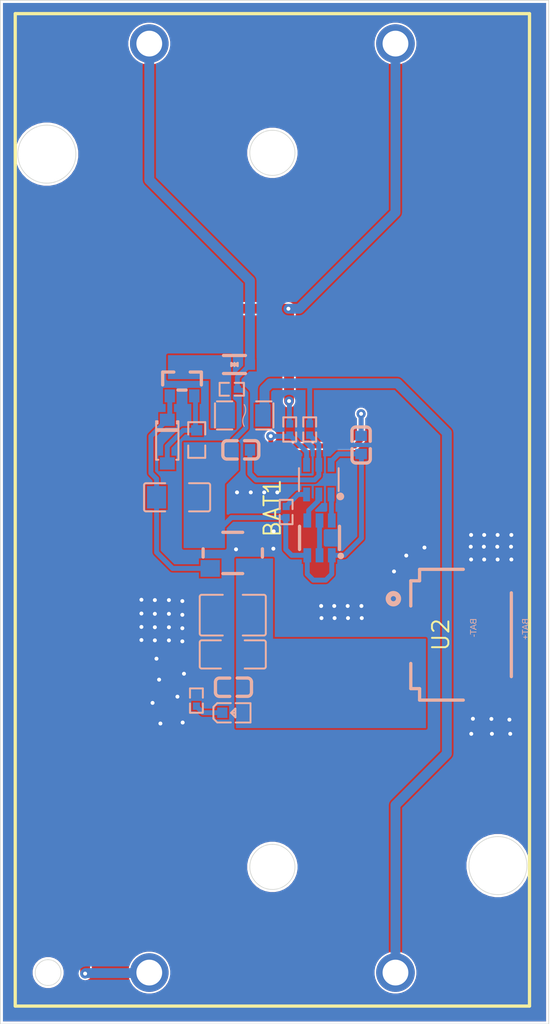
<source format=kicad_pcb>
(kicad_pcb (version 20240108) (generator "pcbnew") (generator_version "8.0")
  (layers (0 "F.Cu" signal "Top Layer") (31 "B.Cu" signal "Bottom Layer") (34 "B.Paste" user "Bottom Paste") (35 "F.Paste" user "Top Paste") (36 "B.SilkS" user "Bottom Overlay") (37 "F.SilkS" user "Top Overlay") (38 "B.Mask" user "Bottom Solder") (39 "F.Mask" user "Top Solder") (44 "Edge.Cuts" user))
  (net 0 "")
  (net 1 "NetR5_2")
  (net 2 "NetQ2_6")
  (net 3 "NetQ2_4")
  (net 4 "NetQ2_2")
  (net 5 "NetLED1_1")
  (net 6 "NetD2_2")
  (net 7 "NetD1_2")
  (net 8 "NetC6_2")
  (net 9 "NetC5_2")
  (net 10 "NetC1_2")
  (net 11 "GND")
  (net 12 "Cell_2_N")
  (net 13 "Cell_1_P")
  (net 14 "Cell_1_N")
  (net 15 "BAT+")
  (footprint "Battery circuit PCB.PcbLib:2 CELL BATTERY CASE" (layer "F.Cu") (at 148.336 104.6861 90)
    (property "Reference" "BAT1" (at 0 0 90) (layer "F.SilkS") (effects (font (size 1.27 1.27))))
    (property "Value" "" (hide yes))
    (fp_line (start 38.36289 -19.94992) (end 38.36289 19.95) (stroke (width 0.254)) (layer "F.SilkS"))
    (fp_line (start -38.63696 -19.94992) (end 38.36289 -19.94992) (stroke (width 0.254)) (layer "F.SilkS"))
    (fp_line (start -38.63696 -19.94992) (end -38.63696 19.95) (stroke (width 0.254)) (layer "F.SilkS"))
    (fp_line (start -38.63696 19.95) (end 38.36289 19.95) (stroke (width 0.254)) (layer "F.SilkS"))
    (pad "1" thru_hole circle (at -36.03732 -9.55009 90) (size 2.99999 2.99999) (drill 2 (offset -0.00008 0.00008)) (layers "*.Cu" "*.Mask") (net 14 "Cell_1_N"))
    (pad "2" thru_hole circle (at -36.03732 9.55002 90) (size 2.99999 2.99999) (drill 2 (offset -0.00008 0)) (layers "*.Cu" "*.Mask") (net 13 "Cell_1_P"))
    (pad "3" thru_hole circle (at 36.03739 9.55002 90) (size 2.99999 2.99999) (drill 2) (layers "*.Cu" "*.Mask") (net 14 "Cell_1_N"))
    (pad "4" thru_hole circle (at 36.03739 -9.55009 90) (size 2.99999 2.99999) (drill 2 (offset 0 0.00008)) (layers "*.Cu" "*.Mask") (net 12 "Cell_2_N"))
  )
  (footprint "Battery circuit PCB.PcbLib:ESD DIODE" (layer "B.Cu") (at 145.3896 93.5609 180)
    (property "Reference" "D2" (hide yes))
    (property "Value" "" (hide yes))
    (fp_line (start 0.84491 0.71516) (end -0.85512 0.71516) (stroke (width 0.254)) (layer "B.SilkS"))
    (fp_line (start 0.84491 -0.68483) (end -0.85512 -0.68483) (stroke (width 0.254)) (layer "B.SilkS"))
    (fp_line (start 0.24803 0.14168) (end -0.00292 0.01468) (stroke (width 0.154)) (layer "B.SilkS"))
    (fp_line (start 0.24803 -0.11232) (end 0.24803 0.14168) (stroke (width 0.154)) (layer "B.SilkS"))
    (fp_line (start 0.24803 -0.11232) (end -0.00373 0.01161) (stroke (width 0.154)) (layer "B.SilkS"))
    (fp_line (start 0.12103 0.01468) (end -0.00902 0.01468) (stroke (width 0.154)) (layer "B.SilkS"))
    (fp_line (start -0.00292 0.01468) (end -0.13297 0.01468) (stroke (width 0.154)) (layer "B.SilkS"))
    (fp_line (start -0.00597 -0.11232) (end -0.00597 0.14168) (stroke (width 0.154)) (layer "B.SilkS"))
    (fp_line (start -0.0082 0.01768) (end -0.25997 0.14168) (stroke (width 0.154)) (layer "B.SilkS"))
    (fp_line (start -0.00902 0.01468) (end -0.25997 -0.11232) (stroke (width 0.154)) (layer "B.SilkS"))
    (fp_line (start -0.25997 -0.11232) (end -0.25997 0.14168) (stroke (width 0.154)) (layer "B.SilkS"))
    (pad "1" smd rect (at -1.20498 0 180) (size 0.8 0.8) (layers "B.Cu" "B.Paste" "B.Mask") (net 12 "Cell_2_N"))
    (pad "2" smd rect (at 1.20498 0 180) (size 0.8 0.8) (layers "B.Cu" "B.Paste" "B.Mask") (net 6 "NetD2_2"))
  )
  (footprint "Battery circuit PCB.PcbLib:2 N MOS" (layer "B.Cu") (at 151.9936 106.9975 -90)
    (property "Reference" "Q2" (hide yes))
    (property "Value" "" (hide yes))
    (fp_line (start 0.90002 1.54991) (end -0.9 1.54991) (stroke (width 0.254)) (layer "B.SilkS"))
    (fp_line (start 0.90002 -1.55011) (end -0.9 -1.55011) (stroke (width 0.254)) (layer "B.SilkS"))
    (fp_circle (center 1.397 -1.651) (end 1.27 -1.651) (stroke (width 0.254)) (fill none) (layer "B.SilkS"))
    (pad "1" smd rect (at 1.35001 -0.94996 270) (size 1.1 0.6) (layers "B.Cu" "B.Paste" "B.Mask") (net 12 "Cell_2_N"))
    (pad "2" smd rect (at 1.35001 0 270) (size 1.1 0.6) (layers "B.Cu" "B.Paste" "B.Mask") (net 4 "NetQ2_2"))
    (pad "3" smd rect (at 1.35001 0.94996 270) (size 1.1 0.6) (layers "B.Cu" "B.Paste" "B.Mask") (net 12 "Cell_2_N"))
    (pad "4" smd rect (at -1.35001 0.94996 270) (size 1.1 0.6) (layers "B.Cu" "B.Paste" "B.Mask") (net 3 "NetQ2_4"))
    (pad "5" smd rect (at -1.35001 0 270) (size 1.1 0.6) (layers "B.Cu" "B.Paste" "B.Mask") (net 4 "NetQ2_2"))
    (pad "6" smd rect (at -1.35001 -0.94996 270) (size 1.1 0.6) (layers "B.Cu" "B.Paste" "B.Mask") (net 2 "NetQ2_6"))
  )
  (footprint "Battery circuit PCB.PcbLib:100NF CAP" (layer "B.Cu") (at 145.32458 118.5799)
    (property "Reference" "C4" (hide yes))
    (property "Value" "" (hide yes))
    (fp_line (start -1.40546 0.40561) (end -1.40546 -0.39436) (stroke (width 0.254)) (layer "B.SilkS"))
    (fp_line (start -1.09563 -0.70416) (end -0.29563 -0.70416) (stroke (width 0.254)) (layer "B.SilkS"))
    (fp_line (start -1.09563 0.71544) (end -0.29563 0.71544) (stroke (width 0.254)) (layer "B.SilkS"))
    (fp_line (start 0.28026 -0.71003) (end 1.08023 -0.71003) (stroke (width 0.254)) (layer "B.SilkS"))
    (fp_line (start 0.28026 0.70962) (end 1.08023 0.70962) (stroke (width 0.254)) (layer "B.SilkS"))
    (fp_line (start 1.39001 0.39977) (end 1.39001 -0.40025) (stroke (width 0.254)) (layer "B.SilkS"))
    (fp_arc (start -1.40551 -0.394364) (mid -1.314772 -0.613464) (end -1.095679 -0.70422) (stroke (width 0.254)) (layer "B.SilkS"))
    (fp_arc (start -1.09568 0.71544) (mid -1.314763 0.624693) (end -1.40551 0.40561) (stroke (width 0.254)) (layer "B.SilkS"))
    (fp_arc (start 1.08018 -0.71003) (mid 1.299263 -0.619283) (end 1.39001 -0.4002) (stroke (width 0.254)) (layer "B.SilkS"))
    (fp_arc (start 1.39001 0.399774) (mid 1.299272 0.618874) (end 1.080179 0.70963) (stroke (width 0.254)) (layer "B.SilkS"))
    (pad "1" smd rect (at -0.70003 0) (size 0.8 0.9) (layers "B.Cu" "B.Paste" "B.Mask") (net 11 "GND"))
    (pad "2" smd rect (at 0.70002 0) (size 0.8 0.9) (layers "B.Cu" "B.Paste" "B.Mask") (net 15 "BAT+"))
  )
  (footprint "Battery circuit PCB.PcbLib:47UF CAP" (layer "B.Cu") (at 145.2626 116.0399)
    (property "Reference" "C2" (hide yes))
    (property "Value" "" (hide yes))
    (fp_line (start -2.5636 0.94021) (end -2.5636 -0.94021) (stroke (width 0.1524)) (layer "B.SilkS"))
    (fp_line (start -2.4112 -1.09261) (end -0.92621 -1.09261) (stroke (width 0.1524)) (layer "B.SilkS"))
    (fp_line (start -2.4112 1.09261) (end -0.92621 1.09261) (stroke (width 0.1524)) (layer "B.SilkS"))
    (fp_line (start 0.92621 -1.09261) (end 2.4112 -1.09261) (stroke (width 0.1524)) (layer "B.SilkS"))
    (fp_line (start 0.92621 1.09261) (end 2.4112 1.09261) (stroke (width 0.1524)) (layer "B.SilkS"))
    (fp_line (start 2.5636 0.94021) (end 2.5636 -0.94021) (stroke (width 0.1524)) (layer "B.SilkS"))
    (fp_arc (start -2.5636 -0.94021) (mid -2.518963 -1.047973) (end -2.4112 -1.09261) (stroke (width 0.1524)) (layer "B.SilkS"))
    (fp_arc (start -2.4112 1.09261) (mid -2.518963 1.047973) (end -2.5636 0.94021) (stroke (width 0.1524)) (layer "B.SilkS"))
    (fp_arc (start 2.4112 -1.09261) (mid 2.518963 -1.047973) (end 2.5636 -0.94021) (stroke (width 0.1524)) (layer "B.SilkS"))
    (fp_arc (start 2.5636 0.94021) (mid 2.518963 1.047973) (end 2.4112 1.09261) (stroke (width 0.1524)) (layer "B.SilkS"))
    (pad "1" smd rect (at -1.59258 0) (size 1.48501 1.72799) (layers "B.Cu" "B.Paste" "B.Mask") (net 11 "GND"))
    (pad "2" smd rect (at 1.59258 0) (size 1.48501 1.72799) (layers "B.Cu" "B.Paste" "B.Mask") (net 15 "BAT+"))
  )
  (footprint "Battery circuit PCB.PcbLib:2K RES" (layer "B.Cu") (at 149.4028 104.9909 90)
    (property "Reference" "R5" (hide yes))
    (property "Value" "" (hide yes))
    (fp_line (start 0.94425 -0.4986) (end 0.94425 0.4986) (stroke (width 0.1524)) (layer "B.SilkS"))
    (fp_line (start 0.22621 -0.4986) (end 0.94425 -0.4986) (stroke (width 0.1524)) (layer "B.SilkS"))
    (fp_line (start -0.94424 -0.4986) (end -0.22621 -0.4986) (stroke (width 0.1524)) (layer "B.SilkS"))
    (fp_line (start -0.94424 -0.4986) (end -0.94424 0.4986) (stroke (width 0.1524)) (layer "B.SilkS"))
    (fp_line (start 0.22621 0.4986) (end 0.94425 0.4986) (stroke (width 0.1524)) (layer "B.SilkS"))
    (fp_line (start -0.94424 0.4986) (end -0.22621 0.4986) (stroke (width 0.1524)) (layer "B.SilkS"))
    (pad "1" smd rect (at -0.43282 0 90) (size 0.56566 0.54) (layers "B.Cu" "B.Paste" "B.Mask") (net 12 "Cell_2_N"))
    (pad "2" smd rect (at 0.43282 0 90) (size 0.56566 0.54) (layers "B.Cu" "B.Paste" "B.Mask") (net 1 "NetR5_2"))
  )
  (footprint "Battery circuit PCB.PcbLib:330R RES" (layer "B.Cu") (at 142.4432 119.6213 -90)
    (property "Reference" "R2" (hide yes))
    (property "Value" "" (hide yes))
    (fp_line (start -0.94425 0.4986) (end -0.94425 -0.4986) (stroke (width 0.1524)) (layer "B.SilkS"))
    (fp_line (start -0.22621 0.4986) (end -0.94425 0.4986) (stroke (width 0.1524)) (layer "B.SilkS"))
    (fp_line (start 0.94424 0.4986) (end 0.22621 0.4986) (stroke (width 0.1524)) (layer "B.SilkS"))
    (fp_line (start 0.94424 0.4986) (end 0.94424 -0.4986) (stroke (width 0.1524)) (layer "B.SilkS"))
    (fp_line (start -0.22621 -0.4986) (end -0.94425 -0.4986) (stroke (width 0.1524)) (layer "B.SilkS"))
    (fp_line (start 0.94424 -0.4986) (end 0.22621 -0.4986) (stroke (width 0.1524)) (layer "B.SilkS"))
    (pad "1" smd rect (at -0.43282 0 270) (size 0.56566 0.54) (layers "B.Cu" "B.Paste" "B.Mask") (net 11 "GND"))
    (pad "2" smd rect (at 0.43282 0 270) (size 0.56566 0.54) (layers "B.Cu" "B.Paste" "B.Mask") (net 5 "NetLED1_1"))
  )
  (footprint "Battery circuit PCB.PcbLib:10R RES" (layer "B.Cu") (at 142.4686 99.4029 90)
    (property "Reference" "R1" (hide yes))
    (property "Value" "" (hide yes))
    (fp_line (start 1.38509 -0.6606) (end 1.38509 0.6606) (stroke (width 0.1524)) (layer "B.SilkS"))
    (fp_line (start 0.42621 -0.6606) (end 1.38509 -0.6606) (stroke (width 0.1524)) (layer "B.SilkS"))
    (fp_line (start -1.38509 -0.6606) (end -0.42621 -0.6606) (stroke (width 0.1524)) (layer "B.SilkS"))
    (fp_line (start -1.38509 -0.6606) (end -1.38509 0.6606) (stroke (width 0.1524)) (layer "B.SilkS"))
    (fp_line (start 0.42621 0.6606) (end 1.38509 0.6606) (stroke (width 0.1524)) (layer "B.SilkS"))
    (fp_line (start -1.38509 0.6606) (end -0.42621 0.6606) (stroke (width 0.1524)) (layer "B.SilkS"))
    (pad "1" smd rect (at -0.75336 0 90) (size 0.80648 0.86401) (layers "B.Cu" "B.Paste" "B.Mask") (net 12 "Cell_2_N"))
    (pad "2" smd rect (at 0.75336 0 90) (size 0.80648 0.86401) (layers "B.Cu" "B.Paste" "B.Mask") (net 7 "NetD1_2"))
  )
  (footprint "Battery circuit PCB.PcbLib:CMC FILTER" (layer "B.Cu") (at 145.2626 108.1659 90)
    (property "Reference" "L1" (hide yes))
    (property "Value" "" (hide yes))
    (fp_line (start -0.31874 -2.29999) (end 0.31875 -2.29999) (stroke (width 0.254)) (layer "B.SilkS"))
    (fp_line (start 1.6 -0.76886) (end 1.6 0.76886) (stroke (width 0.254)) (layer "B.SilkS"))
    (fp_line (start -1.6 -0.76886) (end -1.6 0.76886) (stroke (width 0.254)) (layer "B.SilkS"))
    (fp_line (start -0.31874 2.3) (end 0.31875 2.3) (stroke (width 0.254)) (layer "B.SilkS"))
    (pad "1" smd rect (at -1.1999 -1.75006 90) (size 1.3 1.5) (layers "B.Cu" "B.Paste" "B.Mask") (net 10 "NetC1_2"))
    (pad "2" smd rect (at -1.1999 1.75006 90) (size 1.3 1.5) (layers "B.Cu" "B.Paste" "B.Mask") (net 15 "BAT+"))
    (pad "3" smd rect (at 1.1999 1.75006 90) (size 1.3 1.5) (layers "B.Cu" "B.Paste" "B.Mask") (net 11 "GND"))
    (pad "4" smd rect (at 1.1999 -1.75006 90) (size 1.3 1.5) (layers "B.Cu" "B.Paste" "B.Mask") (net 12 "Cell_2_N"))
  )
  (footprint "Battery circuit PCB.PcbLib:P MOS" (layer "B.Cu") (at 141.3256 94.8309 -90)
    (property "Reference" "Q1" (hide yes))
    (property "Value" "" (hide yes))
    (fp_line (start -0.7 1.5) (end -0.7 0.63599) (stroke (width 0.254)) (layer "B.SilkS"))
    (fp_line (start 0.30002 1.5) (end -0.7 1.5) (stroke (width 0.254)) (layer "B.SilkS"))
    (fp_line (start 0.7 0.31397) (end 0.7 -0.31397) (stroke (width 0.254)) (layer "B.SilkS"))
    (fp_line (start -0.7 -0.63599) (end -0.7 -1.5) (stroke (width 0.254)) (layer "B.SilkS"))
    (fp_line (start 0.30002 -1.5) (end -0.7 -1.5) (stroke (width 0.254)) (layer "B.SilkS"))
    (pad "1" smd rect (at 1.15001 -0.95001 90) (size 1 0.8) (layers "B.Cu" "B.Paste" "B.Mask") (net 7 "NetD1_2"))
    (pad "2" smd rect (at 1.15001 0.95001 90) (size 1 0.8) (layers "B.Cu" "B.Paste" "B.Mask") (net 10 "NetC1_2"))
    (pad "3" smd rect (at -1.15001 0.00005 90) (size 1 0.8) (layers "B.Cu" "B.Paste" "B.Mask") (net 6 "NetD2_2"))
  )
  (footprint "Battery circuit PCB.PcbLib:470R RES" (layer "B.Cu") (at 151.2316 98.58908 90)
    (property "Reference" "R3" (hide yes))
    (property "Value" "" (hide yes))
    (fp_line (start 0.94424 -0.4986) (end 0.94424 0.4986) (stroke (width 0.1524)) (layer "B.SilkS"))
    (fp_line (start 0.22621 -0.4986) (end 0.94424 -0.4986) (stroke (width 0.1524)) (layer "B.SilkS"))
    (fp_line (start -0.94425 -0.4986) (end -0.22622 -0.4986) (stroke (width 0.1524)) (layer "B.SilkS"))
    (fp_line (start -0.94425 -0.4986) (end -0.94425 0.4986) (stroke (width 0.1524)) (layer "B.SilkS"))
    (fp_line (start 0.22621 0.4986) (end 0.94424 0.4986) (stroke (width 0.1524)) (layer "B.SilkS"))
    (fp_line (start -0.94425 0.4986) (end -0.22622 0.4986) (stroke (width 0.1524)) (layer "B.SilkS"))
    (pad "1" smd rect (at -0.43282 0 90) (size 0.56566 0.54) (layers "B.Cu" "B.Paste" "B.Mask") (net 8 "NetC6_2"))
    (pad "2" smd rect (at 0.43281 0 90) (size 0.56566 0.54) (layers "B.Cu" "B.Paste" "B.Mask") (net 13 "Cell_1_P"))
  )
  (footprint "Battery circuit PCB.PcbLib:10UF CAP" (layer "B.Cu") (at 145.2626 112.9919)
    (property "Reference" "C3" (hide yes))
    (property "Value" "" (hide yes))
    (fp_line (start -2.5636 1.42621) (end -2.5636 -1.42621) (stroke (width 0.1524)) (layer "B.SilkS"))
    (fp_line (start -2.4112 -1.57861) (end -0.7762 -1.57861) (stroke (width 0.1524)) (layer "B.SilkS"))
    (fp_line (start -2.4112 1.57861) (end -0.7762 1.57861) (stroke (width 0.1524)) (layer "B.SilkS"))
    (fp_line (start 0.7762 -1.57861) (end 2.4112 -1.57861) (stroke (width 0.1524)) (layer "B.SilkS"))
    (fp_line (start 0.7762 1.57861) (end 2.4112 1.57861) (stroke (width 0.1524)) (layer "B.SilkS"))
    (fp_line (start 2.5636 1.42621) (end 2.5636 -1.42621) (stroke (width 0.1524)) (layer "B.SilkS"))
    (fp_arc (start -2.5636 -1.42621) (mid -2.518963 -1.533973) (end -2.4112 -1.57861) (stroke (width 0.1524)) (layer "B.SilkS"))
    (fp_arc (start -2.4112 1.57861) (mid -2.518963 1.533973) (end -2.5636 1.42621) (stroke (width 0.1524)) (layer "B.SilkS"))
    (fp_arc (start 2.4112 -1.57861) (mid 2.518963 -1.533973) (end 2.5636 -1.42621) (stroke (width 0.1524)) (layer "B.SilkS"))
    (fp_arc (start 2.5636 1.42621) (mid 2.518963 1.533973) (end 2.4112 1.57861) (stroke (width 0.1524)) (layer "B.SilkS"))
    (pad "1" smd rect (at -1.5174 0) (size 1.635 2.7) (layers "B.Cu" "B.Paste" "B.Mask") (net 11 "GND"))
    (pad "2" smd rect (at 1.5174 0) (size 1.635 2.7) (layers "B.Cu" "B.Paste" "B.Mask") (net 15 "BAT+"))
  )
  (footprint "Battery circuit PCB.PcbLib:BMS" (layer "B.Cu") (at 151.93956 102.4789 180)
    (property "Reference" "U1" (hide yes))
    (property "Value" "" (hide yes))
    (fp_line (start 1.53919 -0.88921) (end 1.53919 0.8892) (stroke (width 0.1524)) (layer "B.SilkS"))
    (fp_line (start -1.53919 -0.88921) (end -1.53919 0.8892) (stroke (width 0.1524)) (layer "B.SilkS"))
    (fp_circle (center -1.66827 -1.3015) (end -1.66827 -1.15139) (stroke (width 0.3)) (fill none) (layer "B.SilkS"))
    (pad "1" smd rect (at -0.94996 -1.1491 180) (size 0.532 1.07201) (layers "B.Cu" "B.Paste" "B.Mask") (net 2 "NetQ2_6"))
    (pad "2" smd rect (at 0 -1.1491 180) (size 0.532 1.07201) (layers "B.Cu" "B.Paste" "B.Mask") (net 3 "NetQ2_4"))
    (pad "3" smd rect (at 0.94996 -1.1491 180) (size 0.532 1.07201) (layers "B.Cu" "B.Paste" "B.Mask") (net 1 "NetR5_2"))
    (pad "4" smd rect (at 0.94996 1.14909 180) (size 0.532 1.07201) (layers "B.Cu" "B.Paste" "B.Mask") (net 9 "NetC5_2"))
    (pad "5" smd rect (at 0 1.14909 180) (size 0.532 1.07201) (layers "B.Cu" "B.Paste" "B.Mask") (net 8 "NetC6_2"))
    (pad "6" smd rect (at -0.94996 1.14909 180) (size 0.532 1.07201) (layers "B.Cu" "B.Paste" "B.Mask") (net 12 "Cell_2_N"))
  )
  (footprint "Battery circuit PCB.PcbLib:VARISTOR" (layer "B.Cu") (at 145.18742 95.4659 180)
    (property "Reference" "M1" (hide yes))
    (property "Value" "" (hide yes))
    (fp_line (start 0.94425 0.4986) (end 0.22622 0.4986) (stroke (width 0.1524)) (layer "B.SilkS"))
    (fp_line (start 0.94425 -0.4986) (end 0.94425 0.4986) (stroke (width 0.1524)) (layer "B.SilkS"))
    (fp_line (start 0.94425 -0.4986) (end 0.22622 -0.4986) (stroke (width 0.1524)) (layer "B.SilkS"))
    (fp_line (start -0.22621 0.4986) (end -0.94424 0.4986) (stroke (width 0.1524)) (layer "B.SilkS"))
    (fp_line (start -0.22621 -0.4986) (end -0.94424 -0.4986) (stroke (width 0.1524)) (layer "B.SilkS"))
    (fp_line (start -0.94424 -0.4986) (end -0.94424 0.4986) (stroke (width 0.1524)) (layer "B.SilkS"))
    (pad "1" smd rect (at -0.43281 0 180) (size 0.56566 0.54) (layers "B.Cu" "B.Paste" "B.Mask") (net 12 "Cell_2_N"))
    (pad "2" smd rect (at 0.43282 0 180) (size 0.56566 0.54) (layers "B.Cu" "B.Paste" "B.Mask") (net 6 "NetD2_2"))
  )
  (footprint "Battery circuit PCB.PcbLib:FUSE_2" (layer "B.Cu") (at 146.1516 97.4979 180)
    (property "Reference" "F1" (hide yes))
    (property "Value" "" (hide yes))
    (fp_line (start 2.2687 -0.94021) (end 2.2687 0.94021) (stroke (width 0.1524)) (layer "B.SilkS"))
    (fp_line (start 2.1163 1.09261) (end 0.92621 1.09261) (stroke (width 0.1524)) (layer "B.SilkS"))
    (fp_line (start 2.1163 -1.09261) (end 0.92621 -1.09261) (stroke (width 0.1524)) (layer "B.SilkS"))
    (fp_line (start -0.92619 1.09261) (end -2.1163 1.09261) (stroke (width 0.1524)) (layer "B.SilkS"))
    (fp_line (start -0.92619 -1.09261) (end -2.1163 -1.09261) (stroke (width 0.1524)) (layer "B.SilkS"))
    (fp_line (start -2.2687 -0.94021) (end -2.2687 0.94021) (stroke (width 0.1524)) (layer "B.SilkS"))
    (fp_arc (start 0.000007 -0.84496) (mid 0.11321 -0.42248) (end 0.000007 0) (stroke (width 0.0762)) (layer "B.SilkS"))
    (fp_arc (start -0.000007 0.84496) (mid -0.11321 0.42248) (end -0.000007 0) (stroke (width 0.0762)) (layer "B.SilkS"))
    (pad "1" smd rect (at -1.44501 0 180) (size 1.19009 1.72799) (layers "B.Cu" "B.Paste" "B.Mask") (net 13 "Cell_1_P"))
    (pad "2" smd rect (at 1.44501 0 180) (size 1.19009 1.72799) (layers "B.Cu" "B.Paste" "B.Mask") (net 6 "NetD2_2"))
  )
  (footprint "Battery circuit PCB.PcbLib:100NF CAP" (layer "B.Cu") (at 145.8976 100.1649)
    (property "Reference" "C6" (hide yes))
    (property "Value" "" (hide yes))
    (fp_line (start -1.40546 0.40561) (end -1.40546 -0.39436) (stroke (width 0.254)) (layer "B.SilkS"))
    (fp_line (start -1.09563 -0.70416) (end -0.29563 -0.70416) (stroke (width 0.254)) (layer "B.SilkS"))
    (fp_line (start -1.09563 0.71544) (end -0.29563 0.71544) (stroke (width 0.254)) (layer "B.SilkS"))
    (fp_line (start 0.28026 -0.71003) (end 1.08024 -0.71003) (stroke (width 0.254)) (layer "B.SilkS"))
    (fp_line (start 0.28026 0.70962) (end 1.08024 0.70962) (stroke (width 0.254)) (layer "B.SilkS"))
    (fp_line (start 1.39002 0.39977) (end 1.39002 -0.40025) (stroke (width 0.254)) (layer "B.SilkS"))
    (fp_arc (start -1.40551 -0.394364) (mid -1.314772 -0.613464) (end -1.095679 -0.70422) (stroke (width 0.254)) (layer "B.SilkS"))
    (fp_arc (start -1.09568 0.71544) (mid -1.314763 0.624693) (end -1.40551 0.40561) (stroke (width 0.254)) (layer "B.SilkS"))
    (fp_arc (start 1.08019 -0.71003) (mid 1.299273 -0.619283) (end 1.39002 -0.4002) (stroke (width 0.254)) (layer "B.SilkS"))
    (fp_arc (start 1.39002 0.399774) (mid 1.299282 0.618874) (end 1.080189 0.70963) (stroke (width 0.254)) (layer "B.SilkS"))
    (pad "1" smd rect (at -0.70002 0) (size 0.8 0.9) (layers "B.Cu" "B.Paste" "B.Mask") (net 12 "Cell_2_N"))
    (pad "2" smd rect (at 0.70002 0) (size 0.8 0.9) (layers "B.Cu" "B.Paste" "B.Mask") (net 8 "NetC6_2"))
  )
  (footprint "Battery circuit PCB.PcbLib:ZENER DIODE" (layer "B.Cu") (at 140.1826 99.5299 -90)
    (property "Reference" "D1" (hide yes))
    (property "Value" "" (hide yes))
    (fp_line (start -1.58001 0.86619) (end -1.58001 0.75514) (stroke (width 0.152)) (layer "B.SilkS"))
    (fp_line (start -1.40617 0.86619) (end -1.58001 0.86619) (stroke (width 0.152)) (layer "B.SilkS"))
    (fp_line (start -1.40617 0.86619) (end -1.40617 0.75514) (stroke (width 0.152)) (layer "B.SilkS"))
    (fp_line (start -0.97 0.86619) (end -0.97 -0.86619) (stroke (width 0.1524)) (layer "B.SilkS"))
    (fp_line (start -0.82713 0.86619) (end -0.82713 -0.86619) (stroke (width 0.152)) (layer "B.SilkS"))
    (fp_line (start 1.40617 0.86619) (end -1.40617 0.86619) (stroke (width 0.1524)) (layer "B.SilkS"))
    (fp_line (start 1.40617 0.86619) (end 1.40617 0.69819) (stroke (width 0.1524)) (layer "B.SilkS"))
    (fp_line (start -1.40617 0.75514) (end -1.58001 0.75514) (stroke (width 0.152)) (layer "B.SilkS"))
    (fp_line (start 1.40617 -0.6982) (end 1.40617 -0.86619) (stroke (width 0.1524)) (layer "B.SilkS"))
    (fp_line (start -1.58001 -0.75514) (end -1.58001 -0.86619) (stroke (width 0.152)) (layer "B.SilkS"))
    (fp_line (start -1.40617 -0.75514) (end -1.58001 -0.75514) (stroke (width 0.152)) (layer "B.SilkS"))
    (fp_line (start -1.40617 -0.75514) (end -1.40617 -0.86619) (stroke (width 0.152)) (layer "B.SilkS"))
    (fp_line (start -1.40617 -0.86619) (end -1.58001 -0.86619) (stroke (width 0.152)) (layer "B.SilkS"))
    (fp_line (start 1.40617 -0.86619) (end -1.40617 -0.86619) (stroke (width 0.1524)) (layer "B.SilkS"))
    (pad "1" smd rect (at -1.6924 0 270) (size 0.95001 1.15001) (layers "B.Cu" "B.Paste" "B.Mask") (net 10 "NetC1_2"))
    (pad "2" smd rect (at 1.6924 0 270) (size 0.95001 1.15001) (layers "B.Cu" "B.Paste" "B.Mask") (net 7 "NetD1_2"))
  )
  (footprint "Battery circuit PCB.PcbLib:LED" (layer "B.Cu") (at 145.24947 120.56448)
    (property "Reference" "LED1" (hide yes))
    (property "Value" "" (hide yes))
    (fp_line (start -1.48964 -0.44577) (end -1.18969 -0.74585) (stroke (width 0.15001)) (layer "B.SilkS"))
    (fp_line (start -1.48964 -0.34575) (end -1.48964 -0.44577) (stroke (width 0.15001)) (layer "B.SilkS"))
    (fp_line (start -1.48964 0.35418) (end -1.48964 -0.34575) (stroke (width 0.15001)) (layer "B.SilkS"))
    (fp_line (start -1.48964 0.45433) (end -1.48964 0.35418) (stroke (width 0.15001)) (layer "B.SilkS"))
    (fp_line (start -1.48964 0.45433) (end -1.18969 0.75428) (stroke (width 0.15001)) (layer "B.SilkS"))
    (fp_line (start -1.18969 -0.74585) (end -0.13957 -0.74585) (stroke (width 0.15001)) (layer "B.SilkS"))
    (fp_line (start -1.18969 0.75428) (end -0.13957 0.75428) (stroke (width 0.15001)) (layer "B.SilkS"))
    (fp_line (start -0.11961 0.00653) (end 0.21049 -0.3235) (stroke (width 0.15001)) (layer "B.SilkS"))
    (fp_line (start -0.11961 0.00653) (end 0.22039 0.00653) (stroke (width 0.15001)) (layer "B.SilkS"))
    (fp_line (start -0.11961 0.00653) (end 0.22039 0.34653) (stroke (width 0.15001)) (layer "B.SilkS"))
    (fp_line (start 0.21049 -0.3235) (end 0.22039 -0.3235) (stroke (width 0.15001)) (layer "B.SilkS"))
    (fp_line (start 0.22039 0.35654) (end 0.22039 -0.3235) (stroke (width 0.15001)) (layer "B.SilkS"))
    (fp_line (start 0.22039 0.35654) (end 0.22039 0.34653) (stroke (width 0.15001)) (layer "B.SilkS"))
    (fp_line (start 0.24044 -0.74356) (end 1.3905 -0.74356) (stroke (width 0.15001)) (layer "B.SilkS"))
    (fp_line (start 0.24044 0.75656) (end 1.3905 0.75656) (stroke (width 0.15001)) (layer "B.SilkS"))
    (fp_line (start 1.3905 0.75651) (end 1.3905 -0.72347) (stroke (width 0.15001)) (layer "B.SilkS"))
    (pad "1" smd rect (at -0.79967 -0.00338 270) (size 0.8 0.8) (layers "B.Cu" "B.Paste" "B.Mask") (net 5 "NetLED1_1"))
    (pad "2" smd rect (at 0.79951 0.00348 270) (size 0.8 0.8) (layers "B.Cu" "B.Paste" "B.Mask") (net 15 "BAT+"))
  )
  (footprint "Battery circuit PCB.PcbLib:100NF CAP" (layer "B.Cu") (at 155.2194 99.7839 90)
    (property "Reference" "C5" (hide yes))
    (property "Value" "" (hide yes))
    (fp_line (start 0.28026 -0.71003) (end 1.08024 -0.71003) (stroke (width 0.254)) (layer "B.SilkS"))
    (fp_line (start -1.09563 -0.70416) (end -0.29563 -0.70416) (stroke (width 0.254)) (layer "B.SilkS"))
    (fp_line (start 1.39002 -0.40025) (end 1.39002 0.39977) (stroke (width 0.254)) (layer "B.SilkS"))
    (fp_line (start -1.40546 -0.39436) (end -1.40546 0.40561) (stroke (width 0.254)) (layer "B.SilkS"))
    (fp_line (start 0.28026 0.70963) (end 1.08024 0.70963) (stroke (width 0.254)) (layer "B.SilkS"))
    (fp_line (start -1.09563 0.71544) (end -0.29563 0.71544) (stroke (width 0.254)) (layer "B.SilkS"))
    (fp_arc (start 1.08019 -0.71003) (mid 1.299273 -0.619283) (end 1.39002 -0.4002) (stroke (width 0.254)) (layer "B.SilkS"))
    (fp_arc (start -1.40551 -0.394364) (mid -1.314772 -0.613464) (end -1.095679 -0.70422) (stroke (width 0.254)) (layer "B.SilkS"))
    (fp_arc (start 1.39002 0.399774) (mid 1.299282 0.618874) (end 1.080189 0.70963) (stroke (width 0.254)) (layer "B.SilkS"))
    (fp_arc (start -1.09568 0.71544) (mid -1.314763 0.624693) (end -1.40551 0.40561) (stroke (width 0.254)) (layer "B.SilkS"))
    (pad "1" smd rect (at -0.70002 0 90) (size 0.8 0.9) (layers "B.Cu" "B.Paste" "B.Mask") (net 12 "Cell_2_N"))
    (pad "2" smd rect (at 0.70002 0 90) (size 0.8 0.9) (layers "B.Cu" "B.Paste" "B.Mask") (net 9 "NetC5_2"))
  )
  (footprint "Battery circuit PCB.PcbLib:SMD JST 2P" (layer "B.Cu") (at 161.40862 114.51044 -90)
    (property "Reference" "U2" (at 0 0 -90) (layer "F.SilkS") (effects (font (size 1.27 1.27))))
    (property "Value" "" (hide yes))
    (fp_line (start -4.18407 2.33307) (end -4.18407 1.651) (stroke (width 0.254)) (layer "B.SilkS"))
    (fp_line (start -2.23119 2.33307) (end -4.18407 2.33307) (stroke (width 0.254)) (layer "B.SilkS"))
    (fp_line (start 4.18389 2.33302) (end 2.23108 2.33302) (stroke (width 0.254)) (layer "B.SilkS"))
    (fp_line (start 4.18389 2.33302) (end 4.18389 1.65103) (stroke (width 0.254)) (layer "B.SilkS"))
    (fp_line (start 5.07289 1.65103) (end 4.18389 1.65103) (stroke (width 0.254)) (layer "B.SilkS"))
    (fp_line (start 5.07289 1.65103) (end 5.07289 -1.7386) (stroke (width 0.254)) (layer "B.SilkS"))
    (fp_line (start -5.07307 1.651) (end -5.07307 -1.73863) (stroke (width 0.254)) (layer "B.SilkS"))
    (fp_line (start -4.18407 1.651) (end -5.07307 1.651) (stroke (width 0.254)) (layer "B.SilkS"))
    (fp_line (start 3.25 -5.46699) (end -3.24958 -5.46699) (stroke (width 0.254)) (layer "B.SilkS"))
    (fp_circle (center -2.79387 3.683) (end -2.99377 3.683) (stroke (width 0.4)) (fill none) (layer "B.SilkS"))
    (pad "1" smd rect (at -1.25006 3.70002 270) (size 1.5 3.49999) (layers "B.Cu" "B.Paste" "B.Mask") (net 11 "GND"))
    (pad "2" smd rect (at 1.25006 3.70002 270) (size 1.5 3.49999) (layers "B.Cu" "B.Paste" "B.Mask") (net 15 "BAT+"))
    (pad "3" smd rect (at 4.22999 -3.70002 270) (size 1.5 3.49999) (layers "B.Cu" "B.Paste" "B.Mask") (net 11 "GND"))
    (pad "4" smd rect (at -4.22999 -3.70002 270) (size 1.5 3.49999) (layers "B.Cu" "B.Paste" "B.Mask") (net 11 "GND"))
  )
  (footprint "Battery circuit PCB.PcbLib:47UF CAP" (layer "B.Cu") (at 140.9446 103.8479 180)
    (property "Reference" "C1" (hide yes))
    (property "Value" "" (hide yes))
    (fp_line (start 2.5636 -0.94021) (end 2.5636 0.94021) (stroke (width 0.1524)) (layer "B.SilkS"))
    (fp_line (start 2.4112 1.09261) (end 0.92621 1.09261) (stroke (width 0.1524)) (layer "B.SilkS"))
    (fp_line (start 2.4112 -1.09261) (end 0.92621 -1.09261) (stroke (width 0.1524)) (layer "B.SilkS"))
    (fp_line (start -0.92621 1.09261) (end -2.4112 1.09261) (stroke (width 0.1524)) (layer "B.SilkS"))
    (fp_line (start -0.92621 -1.09261) (end -2.4112 -1.09261) (stroke (width 0.1524)) (layer "B.SilkS"))
    (fp_line (start -2.5636 -0.94021) (end -2.5636 0.94021) (stroke (width 0.1524)) (layer "B.SilkS"))
    (fp_arc (start 2.5636 0.94021) (mid 2.518963 1.047973) (end 2.4112 1.09261) (stroke (width 0.1524)) (layer "B.SilkS"))
    (fp_arc (start 2.4112 -1.09261) (mid 2.518963 -1.047973) (end 2.5636 -0.94021) (stroke (width 0.1524)) (layer "B.SilkS"))
    (fp_arc (start -2.4112 1.09261) (mid -2.518963 1.047973) (end -2.5636 0.94021) (stroke (width 0.1524)) (layer "B.SilkS"))
    (fp_arc (start -2.5636 -0.94021) (mid -2.518963 -1.047973) (end -2.4112 -1.09261) (stroke (width 0.1524)) (layer "B.SilkS"))
    (pad "1" smd rect (at -1.59258 0 180) (size 1.48501 1.72799) (layers "B.Cu" "B.Paste" "B.Mask") (net 12 "Cell_2_N"))
    (pad "2" smd rect (at 1.59258 0 180) (size 1.48501 1.72799) (layers "B.Cu" "B.Paste" "B.Mask") (net 10 "NetC1_2"))
  )
  (footprint "Battery circuit PCB.PcbLib:470R RES" (layer "B.Cu") (at 149.6822 98.58908 90)
    (property "Reference" "R4" (hide yes))
    (property "Value" "" (hide yes))
    (fp_line (start 0.94424 -0.4986) (end 0.94424 0.4986) (stroke (width 0.1524)) (layer "B.SilkS"))
    (fp_line (start 0.22621 -0.4986) (end 0.94424 -0.4986) (stroke (width 0.1524)) (layer "B.SilkS"))
    (fp_line (start -0.94425 -0.4986) (end -0.22622 -0.4986) (stroke (width 0.1524)) (layer "B.SilkS"))
    (fp_line (start -0.94425 -0.4986) (end -0.94425 0.4986) (stroke (width 0.1524)) (layer "B.SilkS"))
    (fp_line (start 0.22621 0.4986) (end 0.94424 0.4986) (stroke (width 0.1524)) (layer "B.SilkS"))
    (fp_line (start -0.94425 0.4986) (end -0.22622 0.4986) (stroke (width 0.1524)) (layer "B.SilkS"))
    (pad "1" smd rect (at -0.43282 0 90) (size 0.56566 0.54) (layers "B.Cu" "B.Paste" "B.Mask") (net 9 "NetC5_2"))
    (pad "2" smd rect (at 0.43281 0 90) (size 0.56566 0.54) (layers "B.Cu" "B.Paste" "B.Mask") (net 14 "Cell_1_N"))
  )
  (gr_line (start 165.835914 134.673495) (end 165.835916 134.673495) (stroke (width 0.05)) (layer "Edge.Cuts"))
  (gr_arc (start 130.836036 74.973735) (mid 133.075291 77.223725) (end 130.835986 79.473705) (stroke (width 0.05)) (layer "Edge.Cuts"))
  (gr_line (start 130.835984 79.473705) (end 130.835986 79.473705) (stroke (width 0.05)) (layer "Edge.Cuts"))
  (gr_line (start 165.835966 130.173525) (end 165.83597 130.17353) (stroke (width 0.05)) (layer "Edge.Cuts"))
  (gr_line (start 148.336124 130.7736) (end 148.33613 130.7736) (stroke (width 0.05)) (layer "Edge.Cuts"))
  (gr_line (start 169.7736 65.2907) (end 127.2286 65.2907) (stroke (width 0.05)) (layer "Edge.Cuts"))
  (gr_line (start 127.2286 65.2907) (end 127.2286 144.7165) (stroke (width 0.05)) (layer "Edge.Cuts"))
  (gr_arc (start 130.835984 79.473705) (mid 128.596669 77.223675) (end 130.836034 74.973735) (stroke (width 0.05)) (layer "Edge.Cuts"))
  (gr_line (start 130.936116 139.7235) (end 130.93611 139.72349) (stroke (width 0.05)) (layer "Edge.Cuts"))
  (gr_line (start 148.33613 75.37366) (end 148.336124 75.37366) (stroke (width 0.05)) (layer "Edge.Cuts"))
  (gr_arc (start 165.835966 130.173525) (mid 168.075201 132.423525) (end 165.835916 134.673495) (stroke (width 0.05)) (layer "Edge.Cuts"))
  (gr_line (start 130.836036 74.973735) (end 130.83604 74.97374) (stroke (width 0.05)) (layer "Edge.Cuts"))
  (gr_arc (start 130.936064 141.72352) (mid 129.93608 140.723474) (end 130.936116 139.7235) (stroke (width 0.05)) (layer "Edge.Cuts"))
  (gr_arc (start 165.835914 134.673495) (mid 163.59658 132.423475) (end 165.835964 130.173525) (stroke (width 0.05)) (layer "Edge.Cuts"))
  (gr_arc (start 148.336076 78.87376) (mid 146.58604 77.123676) (end 148.336124 75.37366) (stroke (width 0.05)) (layer "Edge.Cuts"))
  (gr_arc (start 148.336124 130.7736) (mid 150.0861 132.523624) (end 148.336076 134.2737) (stroke (width 0.05)) (layer "Edge.Cuts"))
  (gr_arc (start 148.336076 134.2737) (mid 146.586 132.523576) (end 148.336124 130.7736) (stroke (width 0.05)) (layer "Edge.Cuts"))
  (gr_line (start 169.7736 144.7165) (end 169.7736 65.2907) (stroke (width 0.05)) (layer "Edge.Cuts"))
  (gr_line (start 148.33613 130.7736) (end 148.336124 130.7736) (stroke (width 0.05)) (layer "Edge.Cuts"))
  (gr_line (start 127.2286 144.7165) (end 169.7736 144.7165) (stroke (width 0.05)) (layer "Edge.Cuts"))
  (gr_line (start 165.83597 130.17353) (end 165.835964 130.173525) (stroke (width 0.05)) (layer "Edge.Cuts"))
  (gr_arc (start 148.336124 75.37366) (mid 150.08614 77.123724) (end 148.336076 78.87376) (stroke (width 0.05)) (layer "Edge.Cuts"))
  (gr_line (start 130.93611 139.72349) (end 130.936116 139.7235) (stroke (width 0.05)) (layer "Edge.Cuts"))
  (gr_arc (start 130.936116 139.7235) (mid 131.9361 140.723526) (end 130.936064 141.72352) (stroke (width 0.05)) (layer "Edge.Cuts"))
  (gr_line (start 148.336124 75.37366) (end 148.33613 75.37366) (stroke (width 0.05)) (layer "Edge.Cuts"))
  (gr_line (start 130.83604 74.97374) (end 130.836034 74.973735) (stroke (width 0.05)) (layer "Edge.Cuts"))
  (gr_text_box "BAT-     BAT+" (start 167.9194 112.8903) (end 167.9194 112.8903) (angle 90) (layer "B.SilkS") (effects (font (size 0.48006 0.48006) (thickness 0.254)) (justify left bottom mirror)) (border no) (stroke (width 0.1)))
  (segment (start 149.4028 104.54526) (end 150.32006 103.628) (width 0.381) (layer "B.Cu") (net 1))
  (segment (start 150.32006 103.628) (end 150.9896 103.628) (width 0.381) (layer "B.Cu") (net 1))
  (segment (start 149.4028 104.55808) (end 149.4028 104.54526) (width 0.381) (layer "B.Cu") (net 1))
  (segment (start 152.91654 105.62047) (end 152.94356 105.64749) (width 0.381) (layer "B.Cu") (net 2))
  (segment (start 152.88952 103.628) (end 152.91654 103.65502) (width 0.381) (layer "B.Cu") (net 2))
  (segment (start 152.91654 105.62047) (end 152.91654 103.65502) (width 0.381) (layer "B.Cu") (net 2))
  (segment (start 151.15314 105.53799) (end 151.15314 104.86616) (width 0.381) (layer "B.Cu") (net 3))
  (segment (start 151.15314 104.86616) (end 151.86406 104.15524) (width 0.381) (layer "B.Cu") (net 3))
  (segment (start 151.04364 105.64749) (end 151.15314 105.53799) (width 0.381) (layer "B.Cu") (net 3))
  (segment (start 151.86406 103.7035) (end 151.93956 103.628) (width 0.381) (layer "B.Cu") (net 3))
  (segment (start 151.86406 104.15524) (end 151.86406 103.7035) (width 0.381) (layer "B.Cu") (net 3))
  (segment (start 151.9936 108.34751) (end 151.9936 105.64749) (width 0.381) (layer "B.Cu") (net 4))
  (segment (start 142.4432 120.06694) (end 142.4432 120.05412) (width 0.381) (layer "B.Cu") (net 5))
  (segment (start 142.4432 120.06694) (end 142.93736 120.5611) (width 0.381) (layer "B.Cu") (net 5))
  (segment (start 142.93736 120.5611) (end 144.4498 120.5611) (width 0.381) (layer "B.Cu") (net 5))
  (segment (start 142.27561 95.98091) (end 142.37211 96.0774) (width 0.381) (layer "B.Cu") (net 7))
  (segment (start 142.37211 98.55304) (end 142.37211 96.0774) (width 0.381) (layer "B.Cu") (net 7))
  (segment (start 141.41856 98.64954) (end 142.4686 98.64954) (width 0.381) (layer "B.Cu") (net 7))
  (segment (start 140.1826 101.2223) (end 140.1826 99.8855) (width 0.381) (layer "B.Cu") (net 7))
  (segment (start 140.1826 99.8855) (end 141.41856 98.64954) (width 0.381) (layer "B.Cu") (net 7))
  (segment (start 142.37211 98.55304) (end 142.4686 98.64954) (width 0.381) (layer "B.Cu") (net 7))
  (segment (start 146.5834 102.0191) (end 146.5834 100.17912) (width 0.381) (layer "B.Cu") (net 8))
  (segment (start 151.2316 99.03473) (end 151.93956 99.74269) (width 0.381) (layer "B.Cu") (net 8))
  (segment (start 146.5834 102.0191) (end 147.066 102.5017) (width 0.381) (layer "B.Cu") (net 8))
  (segment (start 147.066 102.5017) (end 151.6126 102.5017) (width 0.381) (layer "B.Cu") (net 8))
  (segment (start 151.93956 102.17474) (end 151.93956 101.32981) (width 0.381) (layer "B.Cu") (net 8))
  (segment (start 146.59762 100.1649) (end 146.66112 100.2284) (width 0.381) (layer "B.Cu") (net 8))
  (segment (start 151.6126 102.5017) (end 151.93956 102.17474) (width 0.381) (layer "B.Cu") (net 8))
  (segment (start 151.2316 99.03473) (end 151.2316 99.0219) (width 0.381) (layer "B.Cu") (net 8))
  (segment (start 151.93956 101.32981) (end 151.93956 99.74269) (width 0.381) (layer "B.Cu") (net 8))
  (segment (start 146.5834 100.17912) (end 146.59762 100.1649) (width 0.381) (layer "B.Cu") (net 8))
  (segment (start 148.2193 99.63691) (end 148.2193 99.1084) (width 0.381) (layer "F.Cu") (net 9))
  (segment (start 148.209 99.0981) (end 148.2193 99.1084) (width 0.381) (layer "F.Cu") (net 9))
  (segment (start 155.2194 99.37993) (end 155.2194 97.3709) (width 0.381) (layer "F.Cu") (net 9))
  (segment (start 148.44248 99.8601) (end 154.73923 99.8601) (width 0.381) (layer "F.Cu") (net 9))
  (segment (start 148.2193 99.63691) (end 148.44248 99.8601) (width 0.381) (layer "F.Cu") (net 9))
  (segment (start 154.73923 99.8601) (end 155.2194 99.37993) (width 0.381) (layer "F.Cu") (net 9))
  (via (at 155.2194 97.3709) (size 0.7112) (drill 0.3048) (layers "F.Cu" "B.Cu") (net 9))
  (via (at 148.209 99.0981) (size 0.7112) (drill 0.3048) (layers "F.Cu" "B.Cu") (net 9))
  (segment (start 149.77453 99.11423) (end 150.9896 100.3293) (width 0.381) (layer "B.Cu") (net 9))
  (segment (start 149.6822 99.03473) (end 149.6822 99.0219) (width 0.381) (layer "B.Cu") (net 9))
  (segment (start 155.2194 99.08388) (end 155.2194 97.3709) (width 0.381) (layer "B.Cu") (net 9))
  (segment (start 149.7617 99.11423) (end 149.77453 99.11423) (width 0.381) (layer "B.Cu") (net 9))
  (segment (start 149.6027 99.11423) (end 149.6822 99.03473) (width 0.381) (layer "B.Cu") (net 9))
  (segment (start 149.6822 99.03473) (end 149.7617 99.11423) (width 0.381) (layer "B.Cu") (net 9))
  (segment (start 148.22513 99.11423) (end 149.6027 99.11423) (width 0.381) (layer "B.Cu") (net 9))
  (segment (start 150.9896 101.32981) (end 150.9896 100.3293) (width 0.381) (layer "B.Cu") (net 9))
  (segment (start 148.209 99.0981) (end 148.22513 99.11423) (width 0.381) (layer "B.Cu") (net 9))
  (segment (start 140.5951 109.3658) (end 143.51254 109.3658) (width 0.381) (layer "B.Cu") (net 10))
  (segment (start 139.7981 98.122) (end 140.0826 97.8375) (width 0.381) (layer "B.Cu") (net 10))
  (segment (start 140.1826 97.8375) (end 140.37559 97.64451) (width 0.381) (layer "B.Cu") (net 10))
  (segment (start 139.35202 108.12272) (end 139.35202 103.8479) (width 0.381) (layer "B.Cu") (net 10))
  (segment (start 138.9126 101.97299) (end 139.35202 102.41241) (width 0.381) (layer "B.Cu") (net 10))
  (segment (start 140.37559 97.64451) (end 140.37559 95.98091) (width 0.381) (layer "B.Cu") (net 10))
  (segment (start 138.9126 99.1075) (end 139.7981 98.222) (width 0.381) (layer "B.Cu") (net 10))
  (segment (start 139.35202 103.8479) (end 139.35202 102.41241) (width 0.381) (layer "B.Cu") (net 10))
  (segment (start 138.9126 101.97299) (end 138.9126 99.1075) (width 0.381) (layer "B.Cu") (net 10))
  (segment (start 139.35202 108.12272) (end 140.5951 109.3658) (width 0.381) (layer "B.Cu") (net 10))
  (segment (start 139.7981 98.222) (end 139.7981 98.122) (width 0.381) (layer "B.Cu") (net 10))
  (segment (start 140.0826 97.8375) (end 140.1826 97.8375) (width 0.381) (layer "B.Cu") (net 10))
  (via (at 154.2034 113.2205) (size 0.7112) (drill 0.3048) (layers "F.Cu" "B.Cu") (net 11))
  (via (at 163.76785 122.19986) (size 0.7112) (drill 0.3048) (layers "F.Cu" "B.Cu") (net 11))
  (via (at 146.6596 103.4669) (size 0.7112) (drill 0.3048) (layers "F.Cu" "B.Cu") (net 11))
  (via (at 138.176 112.8649) (size 0.7112) (drill 0.3048) (layers "F.Cu" "B.Cu") (net 11))
  (via (at 154.178 112.2807) (size 0.7112) (drill 0.3048) (layers "F.Cu" "B.Cu") (net 11))
  (via (at 145.5166 107.8865) (size 0.7112) (drill 0.3048) (layers "F.Cu" "B.Cu") (net 11))
  (via (at 139.2174 111.8235) (size 0.7112) (drill 0.3048) (layers "F.Cu" "B.Cu") (net 11))
  (via (at 139.5476 117.9957) (size 0.7112) (drill 0.3048) (layers "F.Cu" "B.Cu") (net 11))
  (via (at 155.2448 112.2807) (size 0.7112) (drill 0.3048) (layers "F.Cu" "B.Cu") (net 11))
  (via (at 164.7444 107.6833) (size 0.7112) (drill 0.3048) (layers "F.Cu" "B.Cu") (net 11))
  (via (at 165.8112 106.7689) (size 0.7112) (drill 0.3048) (layers "F.Cu" "B.Cu") (net 11))
  (via (at 138.176 113.9063) (size 0.7112) (drill 0.3048) (layers "F.Cu" "B.Cu") (net 11))
  (via (at 139.2174 113.9317) (size 0.7112) (drill 0.3048) (layers "F.Cu" "B.Cu") (net 11))
  (via (at 139.2174 112.8903) (size 0.7112) (drill 0.3048) (layers "F.Cu" "B.Cu") (net 11))
  (via (at 163.7538 108.6739) (size 0.7112) (drill 0.3048) (layers "F.Cu" "B.Cu") (net 11))
  (via (at 166.8526 107.6833) (size 0.7112) (drill 0.3048) (layers "F.Cu" "B.Cu") (net 11))
  (via (at 147.701 103.4669) (size 0.7112) (drill 0.3048) (layers "F.Cu" "B.Cu") (net 11))
  (via (at 164.7698 108.6739) (size 0.7112) (drill 0.3048) (layers "F.Cu" "B.Cu") (net 11))
  (via (at 138.176 114.9223) (size 0.7112) (drill 0.3048) (layers "F.Cu" "B.Cu") (net 11))
  (via (at 163.7284 107.6833) (size 0.7112) (drill 0.3048) (layers "F.Cu" "B.Cu") (net 11))
  (via (at 148.4376 106.4895) (size 0.7112) (drill 0.3048) (layers "F.Cu" "B.Cu") (net 11))
  (via (at 140.3096 111.8235) (size 0.7112) (drill 0.3048) (layers "F.Cu" "B.Cu") (net 11))
  (via (at 153.162 113.2205) (size 0.7112) (drill 0.3048) (layers "F.Cu" "B.Cu") (net 11))
  (via (at 140.97 119.3165) (size 0.7112) (drill 0.3048) (layers "F.Cu" "B.Cu") (net 11))
  (via (at 163.7538 106.7689) (size 0.7112) (drill 0.3048) (layers "F.Cu" "B.Cu") (net 11))
  (via (at 139.6492 121.3993) (size 0.7112) (drill 0.3048) (layers "F.Cu" "B.Cu") (net 11))
  (via (at 157.77345 109.60146) (size 0.7112) (drill 0.3048) (layers "F.Cu" "B.Cu") (net 11))
  (via (at 152.146 113.2205) (size 0.7112) (drill 0.3048) (layers "F.Cu" "B.Cu") (net 11))
  (via (at 139.0396 119.7991) (size 0.7112) (drill 0.3048) (layers "F.Cu" "B.Cu") (net 11))
  (via (at 166.79045 122.19986) (size 0.7112) (drill 0.3048) (layers "F.Cu" "B.Cu") (net 11))
  (via (at 148.4122 107.8357) (size 0.7112) (drill 0.3048) (layers "F.Cu" "B.Cu") (net 11))
  (via (at 145.5928 103.4669) (size 0.7112) (drill 0.3048) (layers "F.Cu" "B.Cu") (net 11))
  (via (at 165.36805 122.19986) (size 0.7112) (drill 0.3048) (layers "F.Cu" "B.Cu") (net 11))
  (via (at 141.3764 121.3231) (size 0.7112) (drill 0.3048) (layers "F.Cu" "B.Cu") (net 11))
  (via (at 141.351 114.0079) (size 0.7112) (drill 0.3048) (layers "F.Cu" "B.Cu") (net 11))
  (via (at 165.8112 108.6739) (size 0.7112) (drill 0.3048) (layers "F.Cu" "B.Cu") (net 11))
  (via (at 158.7246 108.3691) (size 0.7112) (drill 0.3048) (layers "F.Cu" "B.Cu") (net 11))
  (via (at 139.2174 114.9477) (size 0.7112) (drill 0.3048) (layers "F.Cu" "B.Cu") (net 11))
  (via (at 138.176 111.7981) (size 0.7112) (drill 0.3048) (layers "F.Cu" "B.Cu") (net 11))
  (via (at 140.3096 113.9317) (size 0.7112) (drill 0.3048) (layers "F.Cu" "B.Cu") (net 11))
  (via (at 141.351 111.8997) (size 0.7112) (drill 0.3048) (layers "F.Cu" "B.Cu") (net 11))
  (via (at 141.351 115.0239) (size 0.7112) (drill 0.3048) (layers "F.Cu" "B.Cu") (net 11))
  (via (at 139.3444 116.3701) (size 0.7112) (drill 0.3048) (layers "F.Cu" "B.Cu") (net 11))
  (via (at 165.7858 107.6833) (size 0.7112) (drill 0.3048) (layers "F.Cu" "B.Cu") (net 11))
  (via (at 155.2702 113.2205) (size 0.7112) (drill 0.3048) (layers "F.Cu" "B.Cu") (net 11))
  (via (at 166.878 106.7689) (size 0.7112) (drill 0.3048) (layers "F.Cu" "B.Cu") (net 11))
  (via (at 148.717 103.4669) (size 0.7112) (drill 0.3048) (layers "F.Cu" "B.Cu") (net 11))
  (via (at 152.1206 112.2807) (size 0.7112) (drill 0.3048) (layers "F.Cu" "B.Cu") (net 11))
  (via (at 141.351 112.9665) (size 0.7112) (drill 0.3048) (layers "F.Cu" "B.Cu") (net 11))
  (via (at 140.3096 114.9477) (size 0.7112) (drill 0.3048) (layers "F.Cu" "B.Cu") (net 11))
  (via (at 141.478 117.5385) (size 0.7112) (drill 0.3048) (layers "F.Cu" "B.Cu") (net 11))
  (via (at 165.3286 121.0437) (size 0.7112) (drill 0.3048) (layers "F.Cu" "B.Cu") (net 11))
  (via (at 166.878 108.6739) (size 0.7112) (drill 0.3048) (layers "F.Cu" "B.Cu") (net 11))
  (via (at 140.3096 112.8903) (size 0.7112) (drill 0.3048) (layers "F.Cu" "B.Cu") (net 11))
  (via (at 160.13565 107.74726) (size 0.7112) (drill 0.3048) (layers "F.Cu" "B.Cu") (net 11))
  (via (at 153.1366 112.2807) (size 0.7112) (drill 0.3048) (layers "F.Cu" "B.Cu") (net 11))
  (via (at 163.89485 121.03146) (size 0.7112) (drill 0.3048) (layers "F.Cu" "B.Cu") (net 11))
  (via (at 166.72579 121.09912) (size 0.7112) (drill 0.3048) (layers "F.Cu" "B.Cu") (net 11))
  (via (at 164.7698 106.7689) (size 0.7112) (drill 0.3048) (layers "F.Cu" "B.Cu") (net 11))
  (segment (start 145.62023 95.4659) (end 145.69973 95.5454) (width 0.381) (layer "B.Cu") (net 12))
  (segment (start 149.3774 105.44912) (end 149.4028 105.42372) (width 0.381) (layer "B.Cu") (net 12))
  (segment (start 153.4654 100.48392) (end 155.2194 100.48392) (width 0.381) (layer "B.Cu") (net 12))
  (segment (start 152.4762 110.2741) (end 152.94356 109.80674) (width 0.381) (layer "B.Cu") (net 12))
  (segment (start 151.511 110.2741) (end 152.4762 110.2741) (width 0.381) (layer "B.Cu") (net 12))
  (segment (start 152.94356 109.80674) (end 152.94356 108.34751) (width 0.381) (layer "B.Cu") (net 12))
  (segment (start 138.78591 79.2356) (end 146.59458 87.04428) (width 0.762) (layer "B.Cu") (net 12))
  (segment (start 146.59458 93.5609) (end 146.59458 87.04428) (width 0.762) (layer "B.Cu") (net 12))
  (segment (start 145.15483 105.42372) (end 149.4028 105.42372) (width 0.381) (layer "B.Cu") (net 12))
  (segment (start 145.3353 100.02718) (end 145.3353 99.4064) (width 0.381) (layer "B.Cu") (net 12))
  (segment (start 152.94356 108.34751) (end 153.92019 108.34751) (width 0.381) (layer "B.Cu") (net 12))
  (segment (start 152.88952 101.32981) (end 152.88952 101.0598) (width 0.381) (layer "B.Cu") (net 12))
  (segment (start 146.05542 95.5454) (end 146.2786 95.76859) (width 0.381) (layer "B.Cu") (net 12))
  (segment (start 151.04364 109.80674) (end 151.04364 108.34751) (width 0.381) (layer "B.Cu") (net 12))
  (segment (start 143.51254 106.966) (end 143.61254 106.966) (width 0.381) (layer "B.Cu") (net 12))
  (segment (start 145.62023 94.53524) (end 146.59458 93.5609) (width 0.381) (layer "B.Cu") (net 12))
  (segment (start 153.92019 108.34751) (end 155.2448 107.0229) (width 0.381) (layer "B.Cu") (net 12))
  (segment (start 151.04364 109.80674) (end 151.511 110.2741) (width 0.381) (layer "B.Cu") (net 12))
  (segment (start 138.78591 79.2356) (end 138.78591 68.64871) (width 0.762) (layer "B.Cu") (net 12))
  (segment (start 145.69973 95.5454) (end 146.05542 95.5454) (width 0.381) (layer "B.Cu") (net 12))
  (segment (start 149.3774 107.8865) (end 149.83841 108.34751) (width 0.381) (layer "B.Cu") (net 12))
  (segment (start 155.2448 107.0229) (end 155.2448 100.50932) (width 0.381) (layer "B.Cu") (net 12))
  (segment (start 143.61254 106.966) (end 145.15483 105.42372) (width 0.381) (layer "B.Cu") (net 12))
  (segment (start 155.2194 100.48392) (end 155.2448 100.50932) (width 0.381) (layer "B.Cu") (net 12))
  (segment (start 145.19758 100.1649) (end 145.3353 100.02718) (width 0.381) (layer "B.Cu") (net 12))
  (segment (start 149.83841 108.34751) (end 151.04364 108.34751) (width 0.381) (layer "B.Cu") (net 12))
  (segment (start 145.62023 95.4659) (end 145.62023 94.53524) (width 0.381) (layer "B.Cu") (net 12))
  (segment (start 146.2786 98.4631) (end 146.2786 95.76859) (width 0.381) (layer "B.Cu") (net 12))
  (segment (start 149.3774 107.8865) (end 149.3774 105.44912) (width 0.381) (layer "B.Cu") (net 12))
  (segment (start 152.88952 101.0598) (end 153.4654 100.48392) (width 0.381) (layer "B.Cu") (net 12))
  (segment (start 145.3353 99.4064) (end 146.2786 98.4631) (width 0.381) (layer "B.Cu") (net 12))
  (segment (start 157.88602 140.72342) (end 157.88602 127.72428) (width 0.762) (layer "B.Cu") (net 13))
  (segment (start 148.17277 95.00718) (end 158.03728 95.00718) (width 0.762) (layer "B.Cu") (net 13))
  (segment (start 158.03728 95.00718) (end 161.8742 98.8441) (width 0.762) (layer "B.Cu") (net 13))
  (segment (start 161.8742 123.7361) (end 161.8742 98.8441) (width 0.762) (layer "B.Cu") (net 13))
  (segment (start 147.59661 97.4979) (end 147.7264 97.36811) (width 0.762) (layer "B.Cu") (net 13))
  (segment (start 147.7264 97.36811) (end 147.7264 95.45355) (width 0.762) (layer "B.Cu") (net 13))
  (segment (start 151.2316 98.15627) (end 151.2316 95.18963) (width 0.381) (layer "B.Cu") (net 13))
  (segment (start 147.7264 95.45355) (end 148.17277 95.00718) (width 0.762) (layer "B.Cu") (net 13))
  (segment (start 157.88602 127.72428) (end 161.8742 123.7361) (width 0.762) (layer "B.Cu") (net 13))
  (segment (start 133.8072 140.8049) (end 133.8072 95.1103) (width 0.762) (layer "F.Cu") (net 14))
  (segment (start 139.7 89.2175) (end 149.5806 89.2175) (width 0.762) (layer "F.Cu") (net 14))
  (segment (start 149.6314 96.3803) (end 149.6314 89.2683) (width 0.762) (layer "F.Cu") (net 14))
  (segment (start 133.8072 95.1103) (end 139.7 89.2175) (width 0.762) (layer "F.Cu") (net 14))
  (via (at 149.6314 96.3803) (size 0.7112) (drill 0.3048) (layers "F.Cu" "B.Cu") (net 14))
  (via (at 133.8072 140.8049) (size 0.7112) (drill 0.3048) (layers "F.Cu" "B.Cu") (net 14))
  (via (at 149.5806 89.2175) (size 0.7112) (drill 0.3048) (layers "F.Cu" "B.Cu") (net 14))
  (segment (start 149.6314 96.3803) (end 149.6568 96.4057) (width 0.381) (layer "B.Cu") (net 14))
  (segment (start 133.8072 140.8049) (end 133.8479 140.7642) (width 0.762) (layer "B.Cu") (net 14))
  (segment (start 133.8479 140.7642) (end 138.74513 140.7642) (width 0.762) (layer "B.Cu") (net 14))
  (segment (start 149.5806 89.2175) (end 150.4188 89.2175) (width 0.762) (layer "B.Cu") (net 14))
  (segment (start 149.6568 98.13087) (end 149.6822 98.15627) (width 0.381) (layer "B.Cu") (net 14))
  (segment (start 157.88602 81.75028) (end 157.88602 68.64871) (width 0.762) (layer "B.Cu") (net 14))
  (segment (start 150.4188 89.2175) (end 157.88602 81.75028) (width 0.762) (layer "B.Cu") (net 14))
  (segment (start 138.74513 140.7642) (end 138.78591 140.72342) (width 0.762) (layer "B.Cu") (net 14))
  (segment (start 149.6568 98.13087) (end 149.6568 96.4057) (width 0.381) (layer "B.Cu") (net 14))
  (zone (net 11) (net_name "GND") (layer "F.Cu") (connect_pads (clearance 0.5)) (min_thickness 0.25) (fill yes (thermal_gap 0.254) (thermal_bridge_width 0.254))
    (polygon (pts (xy 127.2286 65.2907) (xy 169.7736 65.2907) (xy 169.7736 144.7165) (xy 127.2286 144.7165)))
  )
  (zone (net 12) (net_name "Cell_2_N") (layer "B.Cu") (priority 4) (connect_pads (clearance 0.5)) (min_thickness 0.25) (fill yes (thermal_gap 0.254) (thermal_bridge_width 0.254))
    (polygon (pts (xy 145.72458 99.5879) (xy 145.71737 99.5807) (xy 141.4526 99.5807) (xy 141.4526 107.7849) (xy 144.653 107.7849) (xy 144.653 102.8065) (xy 145.7198 101.7397)))
  )
  (zone (net 11) (net_name "GND") (layer "B.Cu") (priority 2) (connect_pads (clearance 0.5)) (min_thickness 0.25) (fill yes (thermal_gap 0.254) (thermal_bridge_width 0.254))
    (polygon (pts (xy 127.2286 65.2907) (xy 169.9006 65.2907) (xy 169.9006 144.7165) (xy 127.2286 144.7165)))
  )
  (zone (net 15) (net_name "BAT+") (layer "B.Cu") (priority 8) (connect_pads (clearance 0.5)) (min_thickness 0.25) (fill yes (thermal_gap 0.254) (thermal_bridge_width 0.254))
    (polygon (pts (xy 148.3868 108.5977) (xy 145.5166 108.5977) (xy 145.5166 121.7549) (xy 160.2486 121.7549) (xy 160.2486 114.8207) (xy 148.3868 114.8207)))
  )
  (zone (net 6) (net_name "NetD2_2") (layer "B.Cu") (priority 3) (connect_pads (clearance 0.5)) (min_thickness 0.25) (fill yes (thermal_gap 0.254) (thermal_bridge_width 0.254))
    (polygon (pts (xy 145.42864 98.48889) (xy 145.42825 98.4885) (xy 143.5354 98.4885) (xy 143.5354 94.6785) (xy 140.2334 94.6785) (xy 140.2334 92.8243) (xy 145.1356 92.8243) (xy 145.1356 96.4311) (xy 145.35283 96.4311) (xy 145.42864 96.50691)))
  )
)
</source>
